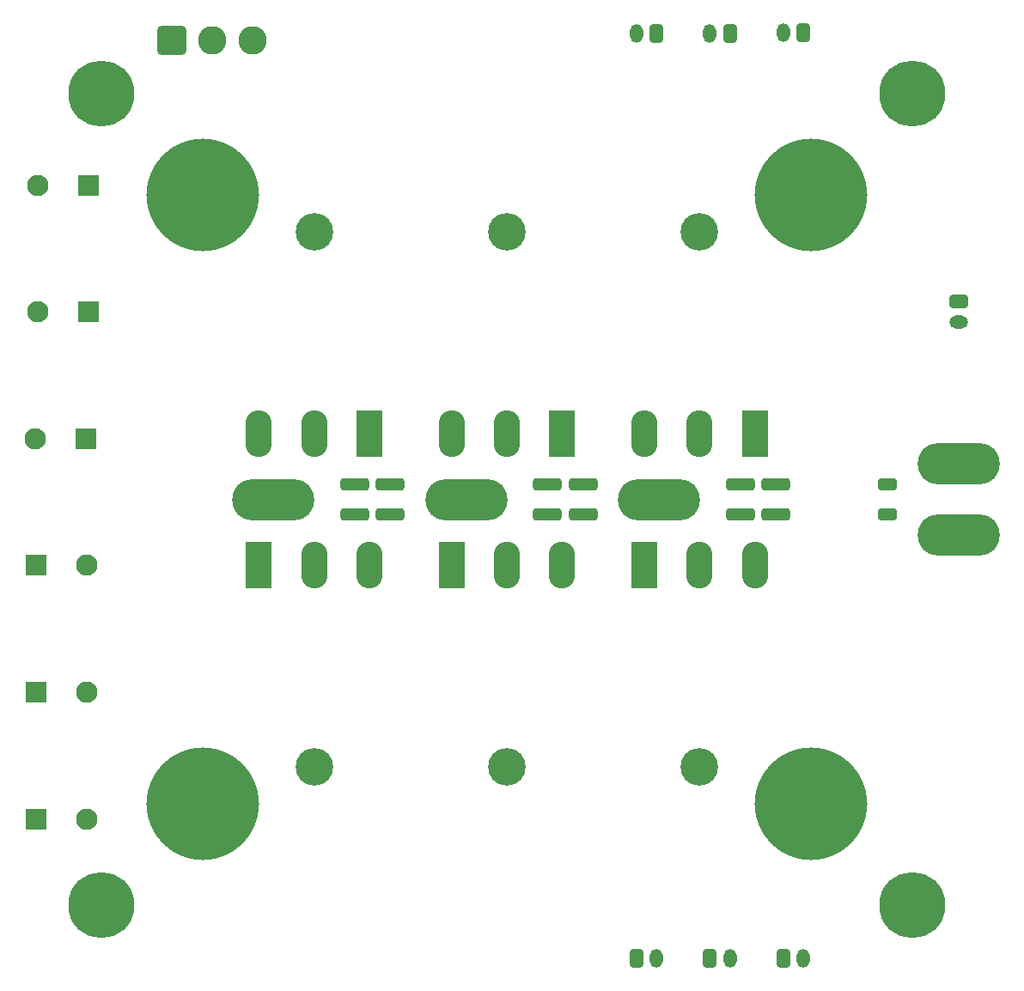
<source format=gbr>
G04 #@! TF.GenerationSoftware,KiCad,Pcbnew,6.0.2-1.fc35*
G04 #@! TF.CreationDate,2022-04-02T15:35:03-04:00*
G04 #@! TF.ProjectId,universal-half-bridge,756e6976-6572-4736-916c-2d68616c662d,rev?*
G04 #@! TF.SameCoordinates,Original*
G04 #@! TF.FileFunction,Soldermask,Top*
G04 #@! TF.FilePolarity,Negative*
%FSLAX46Y46*%
G04 Gerber Fmt 4.6, Leading zero omitted, Abs format (unit mm)*
G04 Created by KiCad (PCBNEW 6.0.2-1.fc35) date 2022-04-02 15:35:03*
%MOMM*%
%LPD*%
G01*
G04 APERTURE LIST*
G04 Aperture macros list*
%AMRoundRect*
0 Rectangle with rounded corners*
0 $1 Rounding radius*
0 $2 $3 $4 $5 $6 $7 $8 $9 X,Y pos of 4 corners*
0 Add a 4 corners polygon primitive as box body*
4,1,4,$2,$3,$4,$5,$6,$7,$8,$9,$2,$3,0*
0 Add four circle primitives for the rounded corners*
1,1,$1+$1,$2,$3*
1,1,$1+$1,$4,$5*
1,1,$1+$1,$6,$7*
1,1,$1+$1,$8,$9*
0 Add four rect primitives between the rounded corners*
20,1,$1+$1,$2,$3,$4,$5,0*
20,1,$1+$1,$4,$5,$6,$7,0*
20,1,$1+$1,$6,$7,$8,$9,0*
20,1,$1+$1,$8,$9,$2,$3,0*%
G04 Aperture macros list end*
%ADD10O,8.102000X4.102000*%
%ADD11RoundRect,0.301000X-0.350000X-0.625000X0.350000X-0.625000X0.350000X0.625000X-0.350000X0.625000X0*%
%ADD12O,1.302000X1.852000*%
%ADD13RoundRect,0.301000X0.350000X0.625000X-0.350000X0.625000X-0.350000X-0.625000X0.350000X-0.625000X0*%
%ADD14RoundRect,0.301000X-0.625000X0.350000X-0.625000X-0.350000X0.625000X-0.350000X0.625000X0.350000X0*%
%ADD15O,1.852000X1.302000*%
%ADD16RoundRect,0.301000X-0.625000X0.312500X-0.625000X-0.312500X0.625000X-0.312500X0.625000X0.312500X0*%
%ADD17RoundRect,0.301001X-1.099999X-1.099999X1.099999X-1.099999X1.099999X1.099999X-1.099999X1.099999X0*%
%ADD18C,2.802000*%
%ADD19C,2.102000*%
%ADD20RoundRect,0.051000X-1.000000X-1.000000X1.000000X-1.000000X1.000000X1.000000X-1.000000X1.000000X0*%
%ADD21RoundRect,0.051000X1.000000X1.000000X-1.000000X1.000000X-1.000000X-1.000000X1.000000X-1.000000X0*%
%ADD22RoundRect,0.301000X1.100000X-0.325000X1.100000X0.325000X-1.100000X0.325000X-1.100000X-0.325000X0*%
%ADD23O,2.602000X4.602000*%
%ADD24RoundRect,0.051000X-1.250000X-2.250000X1.250000X-2.250000X1.250000X2.250000X-1.250000X2.250000X0*%
%ADD25O,3.702000X3.702000*%
%ADD26RoundRect,0.051000X1.250000X2.250000X-1.250000X2.250000X-1.250000X-2.250000X1.250000X-2.250000X0*%
%ADD27C,6.502000*%
%ADD28C,0.902000*%
%ADD29C,11.102000*%
%ADD30C,1.002000*%
G04 APERTURE END LIST*
D10*
X124000000Y-98000000D03*
X143000000Y-98000000D03*
X162000000Y-98000000D03*
X191500000Y-101500000D03*
X191500000Y-94500000D03*
D11*
X159750000Y-143200000D03*
D12*
X161750000Y-143200000D03*
D13*
X161750000Y-52050000D03*
D12*
X159750000Y-52050000D03*
D11*
X167000000Y-143200000D03*
D12*
X169000000Y-143200000D03*
D13*
X169000000Y-52050000D03*
D12*
X167000000Y-52050000D03*
D14*
X191550000Y-78500000D03*
D15*
X191550000Y-80500000D03*
D11*
X174250000Y-143200000D03*
D12*
X176250000Y-143200000D03*
D13*
X176250000Y-52000000D03*
D12*
X174250000Y-52000000D03*
D16*
X184500000Y-99462500D03*
X184500000Y-96537500D03*
D17*
X114012500Y-52700000D03*
D18*
X117972500Y-52700000D03*
X121932500Y-52700000D03*
D19*
X105632323Y-129500000D03*
D20*
X100632323Y-129500000D03*
D19*
X105632323Y-117000000D03*
D20*
X100632323Y-117000000D03*
X100632323Y-104500000D03*
D19*
X105632323Y-104500000D03*
D21*
X105500000Y-92000000D03*
D19*
X100500000Y-92000000D03*
D21*
X105750000Y-67000000D03*
D19*
X100750000Y-67000000D03*
D22*
X173500000Y-96525000D03*
X173500000Y-99475000D03*
X170000000Y-96525000D03*
X170000000Y-99475000D03*
X154500000Y-99475000D03*
X154500000Y-96525000D03*
X151000000Y-99475000D03*
X151000000Y-96525000D03*
X132000000Y-96525000D03*
X132000000Y-99475000D03*
D21*
X105750000Y-79500000D03*
D19*
X100750000Y-79500000D03*
D22*
X135500000Y-96525000D03*
X135500000Y-99475000D03*
D23*
X171450000Y-104500000D03*
X166000000Y-104500000D03*
D24*
X160550000Y-104500000D03*
D25*
X166000000Y-124360000D03*
X166000000Y-71640000D03*
D26*
X171450000Y-91500000D03*
D23*
X166000000Y-91500000D03*
X160550000Y-91500000D03*
D25*
X147000000Y-124360000D03*
D24*
X141550000Y-104500000D03*
D23*
X147000000Y-104500000D03*
X152450000Y-104500000D03*
D25*
X147000000Y-71640000D03*
D26*
X152450000Y-91500000D03*
D23*
X147000000Y-91500000D03*
X141550000Y-91500000D03*
D25*
X128000000Y-124360000D03*
D24*
X122550000Y-104500000D03*
D23*
X128000000Y-104500000D03*
X133450000Y-104500000D03*
D25*
X128000000Y-71640000D03*
D26*
X133450000Y-91500000D03*
D23*
X128000000Y-91500000D03*
X122550000Y-91500000D03*
D27*
X187000000Y-58000000D03*
D28*
X189400000Y-58000000D03*
X188697056Y-59697056D03*
X187000000Y-60400000D03*
X185302944Y-59697056D03*
X184600000Y-58000000D03*
X185302944Y-56302944D03*
X187000000Y-55600000D03*
X188697056Y-56302944D03*
D27*
X187000000Y-138000000D03*
D28*
X189400000Y-138000000D03*
X188697056Y-139697056D03*
X187000000Y-140400000D03*
X185302944Y-139697056D03*
X184600000Y-138000000D03*
X185302944Y-136302944D03*
X187000000Y-135600000D03*
X188697056Y-136302944D03*
D27*
X107000000Y-138000000D03*
D28*
X109400000Y-138000000D03*
X108697056Y-139697056D03*
X107000000Y-140400000D03*
X105302944Y-139697056D03*
X104600000Y-138000000D03*
X105302944Y-136302944D03*
X107000000Y-135600000D03*
X108697056Y-136302944D03*
D27*
X107000000Y-58000000D03*
D28*
X109400000Y-58000000D03*
X108697056Y-59697056D03*
X107000000Y-60400000D03*
X105302944Y-59697056D03*
X104600000Y-58000000D03*
X105302944Y-56302944D03*
X107000000Y-55600000D03*
X108697056Y-56302944D03*
D29*
X117000000Y-128000000D03*
D30*
X112875000Y-128000000D03*
X114073185Y-130926815D03*
X117000000Y-132125000D03*
X119926815Y-130926815D03*
X121125000Y-128000000D03*
X119926815Y-125073185D03*
X117000000Y-123875000D03*
X114073185Y-125073185D03*
D29*
X177000000Y-68000000D03*
D30*
X172875000Y-68000000D03*
X174073185Y-70926815D03*
X177000000Y-72125000D03*
X179926815Y-70926815D03*
X181125000Y-68000000D03*
X179926815Y-65073185D03*
X177000000Y-63875000D03*
X174073185Y-65073185D03*
D29*
X177000000Y-128000000D03*
D30*
X172875000Y-128000000D03*
X174073185Y-130926815D03*
X177000000Y-132125000D03*
X179926815Y-130926815D03*
X181125000Y-128000000D03*
X179926815Y-125073185D03*
X177000000Y-123875000D03*
X174073185Y-125073185D03*
D29*
X117000000Y-68000000D03*
D30*
X112875000Y-68000000D03*
X114073185Y-70926815D03*
X117000000Y-72125000D03*
X119926815Y-70926815D03*
X121125000Y-68000000D03*
X119926815Y-65073185D03*
X117000000Y-63875000D03*
X114073185Y-65073185D03*
M02*

</source>
